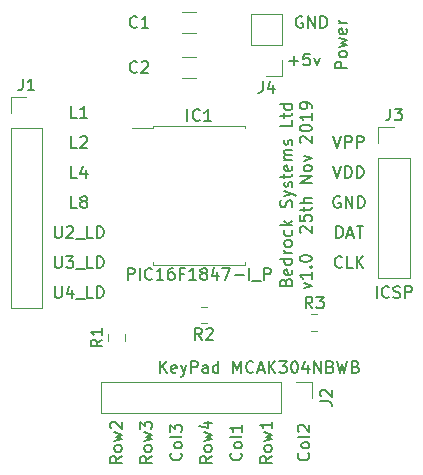
<source format=gbr>
G04 #@! TF.GenerationSoftware,KiCad,Pcbnew,(5.1.4)-1*
G04 #@! TF.CreationDate,2019-11-25T23:53:57+00:00*
G04 #@! TF.ProjectId,KeyPad BCD encoder,4b657950-6164-4204-9243-4420656e636f,rev?*
G04 #@! TF.SameCoordinates,Original*
G04 #@! TF.FileFunction,Legend,Top*
G04 #@! TF.FilePolarity,Positive*
%FSLAX46Y46*%
G04 Gerber Fmt 4.6, Leading zero omitted, Abs format (unit mm)*
G04 Created by KiCad (PCBNEW (5.1.4)-1) date 2019-11-25 23:53:57*
%MOMM*%
%LPD*%
G04 APERTURE LIST*
%ADD10C,0.150000*%
%ADD11C,0.120000*%
G04 APERTURE END LIST*
D10*
X158488571Y-93082142D02*
X158536190Y-92939285D01*
X158583809Y-92891666D01*
X158679047Y-92844047D01*
X158821904Y-92844047D01*
X158917142Y-92891666D01*
X158964761Y-92939285D01*
X159012380Y-93034523D01*
X159012380Y-93415476D01*
X158012380Y-93415476D01*
X158012380Y-93082142D01*
X158060000Y-92986904D01*
X158107619Y-92939285D01*
X158202857Y-92891666D01*
X158298095Y-92891666D01*
X158393333Y-92939285D01*
X158440952Y-92986904D01*
X158488571Y-93082142D01*
X158488571Y-93415476D01*
X158964761Y-92034523D02*
X159012380Y-92129761D01*
X159012380Y-92320238D01*
X158964761Y-92415476D01*
X158869523Y-92463095D01*
X158488571Y-92463095D01*
X158393333Y-92415476D01*
X158345714Y-92320238D01*
X158345714Y-92129761D01*
X158393333Y-92034523D01*
X158488571Y-91986904D01*
X158583809Y-91986904D01*
X158679047Y-92463095D01*
X159012380Y-91129761D02*
X158012380Y-91129761D01*
X158964761Y-91129761D02*
X159012380Y-91225000D01*
X159012380Y-91415476D01*
X158964761Y-91510714D01*
X158917142Y-91558333D01*
X158821904Y-91605952D01*
X158536190Y-91605952D01*
X158440952Y-91558333D01*
X158393333Y-91510714D01*
X158345714Y-91415476D01*
X158345714Y-91225000D01*
X158393333Y-91129761D01*
X159012380Y-90653571D02*
X158345714Y-90653571D01*
X158536190Y-90653571D02*
X158440952Y-90605952D01*
X158393333Y-90558333D01*
X158345714Y-90463095D01*
X158345714Y-90367857D01*
X159012380Y-89891666D02*
X158964761Y-89986904D01*
X158917142Y-90034523D01*
X158821904Y-90082142D01*
X158536190Y-90082142D01*
X158440952Y-90034523D01*
X158393333Y-89986904D01*
X158345714Y-89891666D01*
X158345714Y-89748809D01*
X158393333Y-89653571D01*
X158440952Y-89605952D01*
X158536190Y-89558333D01*
X158821904Y-89558333D01*
X158917142Y-89605952D01*
X158964761Y-89653571D01*
X159012380Y-89748809D01*
X159012380Y-89891666D01*
X158964761Y-88701190D02*
X159012380Y-88796428D01*
X159012380Y-88986904D01*
X158964761Y-89082142D01*
X158917142Y-89129761D01*
X158821904Y-89177380D01*
X158536190Y-89177380D01*
X158440952Y-89129761D01*
X158393333Y-89082142D01*
X158345714Y-88986904D01*
X158345714Y-88796428D01*
X158393333Y-88701190D01*
X159012380Y-88272619D02*
X158012380Y-88272619D01*
X158631428Y-88177380D02*
X159012380Y-87891666D01*
X158345714Y-87891666D02*
X158726666Y-88272619D01*
X158964761Y-86748809D02*
X159012380Y-86605952D01*
X159012380Y-86367857D01*
X158964761Y-86272619D01*
X158917142Y-86225000D01*
X158821904Y-86177380D01*
X158726666Y-86177380D01*
X158631428Y-86225000D01*
X158583809Y-86272619D01*
X158536190Y-86367857D01*
X158488571Y-86558333D01*
X158440952Y-86653571D01*
X158393333Y-86701190D01*
X158298095Y-86748809D01*
X158202857Y-86748809D01*
X158107619Y-86701190D01*
X158060000Y-86653571D01*
X158012380Y-86558333D01*
X158012380Y-86320238D01*
X158060000Y-86177380D01*
X158345714Y-85844047D02*
X159012380Y-85605952D01*
X158345714Y-85367857D02*
X159012380Y-85605952D01*
X159250476Y-85701190D01*
X159298095Y-85748809D01*
X159345714Y-85844047D01*
X158964761Y-85034523D02*
X159012380Y-84939285D01*
X159012380Y-84748809D01*
X158964761Y-84653571D01*
X158869523Y-84605952D01*
X158821904Y-84605952D01*
X158726666Y-84653571D01*
X158679047Y-84748809D01*
X158679047Y-84891666D01*
X158631428Y-84986904D01*
X158536190Y-85034523D01*
X158488571Y-85034523D01*
X158393333Y-84986904D01*
X158345714Y-84891666D01*
X158345714Y-84748809D01*
X158393333Y-84653571D01*
X158345714Y-84320238D02*
X158345714Y-83939285D01*
X158012380Y-84177380D02*
X158869523Y-84177380D01*
X158964761Y-84129761D01*
X159012380Y-84034523D01*
X159012380Y-83939285D01*
X158964761Y-83225000D02*
X159012380Y-83320238D01*
X159012380Y-83510714D01*
X158964761Y-83605952D01*
X158869523Y-83653571D01*
X158488571Y-83653571D01*
X158393333Y-83605952D01*
X158345714Y-83510714D01*
X158345714Y-83320238D01*
X158393333Y-83225000D01*
X158488571Y-83177380D01*
X158583809Y-83177380D01*
X158679047Y-83653571D01*
X159012380Y-82748809D02*
X158345714Y-82748809D01*
X158440952Y-82748809D02*
X158393333Y-82701190D01*
X158345714Y-82605952D01*
X158345714Y-82463095D01*
X158393333Y-82367857D01*
X158488571Y-82320238D01*
X159012380Y-82320238D01*
X158488571Y-82320238D02*
X158393333Y-82272619D01*
X158345714Y-82177380D01*
X158345714Y-82034523D01*
X158393333Y-81939285D01*
X158488571Y-81891666D01*
X159012380Y-81891666D01*
X158964761Y-81463095D02*
X159012380Y-81367857D01*
X159012380Y-81177380D01*
X158964761Y-81082142D01*
X158869523Y-81034523D01*
X158821904Y-81034523D01*
X158726666Y-81082142D01*
X158679047Y-81177380D01*
X158679047Y-81320238D01*
X158631428Y-81415476D01*
X158536190Y-81463095D01*
X158488571Y-81463095D01*
X158393333Y-81415476D01*
X158345714Y-81320238D01*
X158345714Y-81177380D01*
X158393333Y-81082142D01*
X159012380Y-79367857D02*
X159012380Y-79844047D01*
X158012380Y-79844047D01*
X158345714Y-79177380D02*
X158345714Y-78796428D01*
X158012380Y-79034523D02*
X158869523Y-79034523D01*
X158964761Y-78986904D01*
X159012380Y-78891666D01*
X159012380Y-78796428D01*
X159012380Y-78034523D02*
X158012380Y-78034523D01*
X158964761Y-78034523D02*
X159012380Y-78129761D01*
X159012380Y-78320238D01*
X158964761Y-78415476D01*
X158917142Y-78463095D01*
X158821904Y-78510714D01*
X158536190Y-78510714D01*
X158440952Y-78463095D01*
X158393333Y-78415476D01*
X158345714Y-78320238D01*
X158345714Y-78129761D01*
X158393333Y-78034523D01*
X159995714Y-93629761D02*
X160662380Y-93391666D01*
X159995714Y-93153571D01*
X160662380Y-92248809D02*
X160662380Y-92820238D01*
X160662380Y-92534523D02*
X159662380Y-92534523D01*
X159805238Y-92629761D01*
X159900476Y-92725000D01*
X159948095Y-92820238D01*
X160567142Y-91820238D02*
X160614761Y-91772619D01*
X160662380Y-91820238D01*
X160614761Y-91867857D01*
X160567142Y-91820238D01*
X160662380Y-91820238D01*
X159662380Y-91153571D02*
X159662380Y-91058333D01*
X159710000Y-90963095D01*
X159757619Y-90915476D01*
X159852857Y-90867857D01*
X160043333Y-90820238D01*
X160281428Y-90820238D01*
X160471904Y-90867857D01*
X160567142Y-90915476D01*
X160614761Y-90963095D01*
X160662380Y-91058333D01*
X160662380Y-91153571D01*
X160614761Y-91248809D01*
X160567142Y-91296428D01*
X160471904Y-91344047D01*
X160281428Y-91391666D01*
X160043333Y-91391666D01*
X159852857Y-91344047D01*
X159757619Y-91296428D01*
X159710000Y-91248809D01*
X159662380Y-91153571D01*
X159757619Y-88915476D02*
X159710000Y-88867857D01*
X159662380Y-88772619D01*
X159662380Y-88534523D01*
X159710000Y-88439285D01*
X159757619Y-88391666D01*
X159852857Y-88344047D01*
X159948095Y-88344047D01*
X160090952Y-88391666D01*
X160662380Y-88963095D01*
X160662380Y-88344047D01*
X159662380Y-87439285D02*
X159662380Y-87915476D01*
X160138571Y-87963095D01*
X160090952Y-87915476D01*
X160043333Y-87820238D01*
X160043333Y-87582142D01*
X160090952Y-87486904D01*
X160138571Y-87439285D01*
X160233809Y-87391666D01*
X160471904Y-87391666D01*
X160567142Y-87439285D01*
X160614761Y-87486904D01*
X160662380Y-87582142D01*
X160662380Y-87820238D01*
X160614761Y-87915476D01*
X160567142Y-87963095D01*
X159995714Y-87105952D02*
X159995714Y-86725000D01*
X159662380Y-86963095D02*
X160519523Y-86963095D01*
X160614761Y-86915476D01*
X160662380Y-86820238D01*
X160662380Y-86725000D01*
X160662380Y-86391666D02*
X159662380Y-86391666D01*
X160662380Y-85963095D02*
X160138571Y-85963095D01*
X160043333Y-86010714D01*
X159995714Y-86105952D01*
X159995714Y-86248809D01*
X160043333Y-86344047D01*
X160090952Y-86391666D01*
X160662380Y-84725000D02*
X159662380Y-84725000D01*
X160662380Y-84153571D01*
X159662380Y-84153571D01*
X160662380Y-83534523D02*
X160614761Y-83629761D01*
X160567142Y-83677380D01*
X160471904Y-83725000D01*
X160186190Y-83725000D01*
X160090952Y-83677380D01*
X160043333Y-83629761D01*
X159995714Y-83534523D01*
X159995714Y-83391666D01*
X160043333Y-83296428D01*
X160090952Y-83248809D01*
X160186190Y-83201190D01*
X160471904Y-83201190D01*
X160567142Y-83248809D01*
X160614761Y-83296428D01*
X160662380Y-83391666D01*
X160662380Y-83534523D01*
X159995714Y-82867857D02*
X160662380Y-82629761D01*
X159995714Y-82391666D01*
X159757619Y-81296428D02*
X159710000Y-81248809D01*
X159662380Y-81153571D01*
X159662380Y-80915476D01*
X159710000Y-80820238D01*
X159757619Y-80772619D01*
X159852857Y-80725000D01*
X159948095Y-80725000D01*
X160090952Y-80772619D01*
X160662380Y-81344047D01*
X160662380Y-80725000D01*
X159662380Y-80105952D02*
X159662380Y-80010714D01*
X159710000Y-79915476D01*
X159757619Y-79867857D01*
X159852857Y-79820238D01*
X160043333Y-79772619D01*
X160281428Y-79772619D01*
X160471904Y-79820238D01*
X160567142Y-79867857D01*
X160614761Y-79915476D01*
X160662380Y-80010714D01*
X160662380Y-80105952D01*
X160614761Y-80201190D01*
X160567142Y-80248809D01*
X160471904Y-80296428D01*
X160281428Y-80344047D01*
X160043333Y-80344047D01*
X159852857Y-80296428D01*
X159757619Y-80248809D01*
X159710000Y-80201190D01*
X159662380Y-80105952D01*
X160662380Y-78820238D02*
X160662380Y-79391666D01*
X160662380Y-79105952D02*
X159662380Y-79105952D01*
X159805238Y-79201190D01*
X159900476Y-79296428D01*
X159948095Y-79391666D01*
X160662380Y-78344047D02*
X160662380Y-78153571D01*
X160614761Y-78058333D01*
X160567142Y-78010714D01*
X160424285Y-77915476D01*
X160233809Y-77867857D01*
X159852857Y-77867857D01*
X159757619Y-77915476D01*
X159710000Y-77963095D01*
X159662380Y-78058333D01*
X159662380Y-78248809D01*
X159710000Y-78344047D01*
X159757619Y-78391666D01*
X159852857Y-78439285D01*
X160090952Y-78439285D01*
X160186190Y-78391666D01*
X160233809Y-78344047D01*
X160281428Y-78248809D01*
X160281428Y-78058333D01*
X160233809Y-77963095D01*
X160186190Y-77915476D01*
X160090952Y-77867857D01*
X159893095Y-70620000D02*
X159797857Y-70572380D01*
X159655000Y-70572380D01*
X159512142Y-70620000D01*
X159416904Y-70715238D01*
X159369285Y-70810476D01*
X159321666Y-71000952D01*
X159321666Y-71143809D01*
X159369285Y-71334285D01*
X159416904Y-71429523D01*
X159512142Y-71524761D01*
X159655000Y-71572380D01*
X159750238Y-71572380D01*
X159893095Y-71524761D01*
X159940714Y-71477142D01*
X159940714Y-71143809D01*
X159750238Y-71143809D01*
X160369285Y-71572380D02*
X160369285Y-70572380D01*
X160940714Y-71572380D01*
X160940714Y-70572380D01*
X161416904Y-71572380D02*
X161416904Y-70572380D01*
X161655000Y-70572380D01*
X161797857Y-70620000D01*
X161893095Y-70715238D01*
X161940714Y-70810476D01*
X161988333Y-71000952D01*
X161988333Y-71143809D01*
X161940714Y-71334285D01*
X161893095Y-71429523D01*
X161797857Y-71524761D01*
X161655000Y-71572380D01*
X161416904Y-71572380D01*
X158781904Y-74366428D02*
X159543809Y-74366428D01*
X159162857Y-74747380D02*
X159162857Y-73985476D01*
X160496190Y-73747380D02*
X160020000Y-73747380D01*
X159972380Y-74223571D01*
X160020000Y-74175952D01*
X160115238Y-74128333D01*
X160353333Y-74128333D01*
X160448571Y-74175952D01*
X160496190Y-74223571D01*
X160543809Y-74318809D01*
X160543809Y-74556904D01*
X160496190Y-74652142D01*
X160448571Y-74699761D01*
X160353333Y-74747380D01*
X160115238Y-74747380D01*
X160020000Y-74699761D01*
X159972380Y-74652142D01*
X160877142Y-74080714D02*
X161115238Y-74747380D01*
X161353333Y-74080714D01*
X163234761Y-91797142D02*
X163187142Y-91844761D01*
X163044285Y-91892380D01*
X162949047Y-91892380D01*
X162806190Y-91844761D01*
X162710952Y-91749523D01*
X162663333Y-91654285D01*
X162615714Y-91463809D01*
X162615714Y-91320952D01*
X162663333Y-91130476D01*
X162710952Y-91035238D01*
X162806190Y-90940000D01*
X162949047Y-90892380D01*
X163044285Y-90892380D01*
X163187142Y-90940000D01*
X163234761Y-90987619D01*
X164139523Y-91892380D02*
X163663333Y-91892380D01*
X163663333Y-90892380D01*
X164472857Y-91892380D02*
X164472857Y-90892380D01*
X165044285Y-91892380D02*
X164615714Y-91320952D01*
X165044285Y-90892380D02*
X164472857Y-91463809D01*
X162758571Y-89352380D02*
X162758571Y-88352380D01*
X162996666Y-88352380D01*
X163139523Y-88400000D01*
X163234761Y-88495238D01*
X163282380Y-88590476D01*
X163330000Y-88780952D01*
X163330000Y-88923809D01*
X163282380Y-89114285D01*
X163234761Y-89209523D01*
X163139523Y-89304761D01*
X162996666Y-89352380D01*
X162758571Y-89352380D01*
X163710952Y-89066666D02*
X164187142Y-89066666D01*
X163615714Y-89352380D02*
X163949047Y-88352380D01*
X164282380Y-89352380D01*
X164472857Y-88352380D02*
X165044285Y-88352380D01*
X164758571Y-89352380D02*
X164758571Y-88352380D01*
X163068095Y-85860000D02*
X162972857Y-85812380D01*
X162830000Y-85812380D01*
X162687142Y-85860000D01*
X162591904Y-85955238D01*
X162544285Y-86050476D01*
X162496666Y-86240952D01*
X162496666Y-86383809D01*
X162544285Y-86574285D01*
X162591904Y-86669523D01*
X162687142Y-86764761D01*
X162830000Y-86812380D01*
X162925238Y-86812380D01*
X163068095Y-86764761D01*
X163115714Y-86717142D01*
X163115714Y-86383809D01*
X162925238Y-86383809D01*
X163544285Y-86812380D02*
X163544285Y-85812380D01*
X164115714Y-86812380D01*
X164115714Y-85812380D01*
X164591904Y-86812380D02*
X164591904Y-85812380D01*
X164830000Y-85812380D01*
X164972857Y-85860000D01*
X165068095Y-85955238D01*
X165115714Y-86050476D01*
X165163333Y-86240952D01*
X165163333Y-86383809D01*
X165115714Y-86574285D01*
X165068095Y-86669523D01*
X164972857Y-86764761D01*
X164830000Y-86812380D01*
X164591904Y-86812380D01*
X162496666Y-83272380D02*
X162830000Y-84272380D01*
X163163333Y-83272380D01*
X163496666Y-84272380D02*
X163496666Y-83272380D01*
X163734761Y-83272380D01*
X163877619Y-83320000D01*
X163972857Y-83415238D01*
X164020476Y-83510476D01*
X164068095Y-83700952D01*
X164068095Y-83843809D01*
X164020476Y-84034285D01*
X163972857Y-84129523D01*
X163877619Y-84224761D01*
X163734761Y-84272380D01*
X163496666Y-84272380D01*
X164496666Y-84272380D02*
X164496666Y-83272380D01*
X164734761Y-83272380D01*
X164877619Y-83320000D01*
X164972857Y-83415238D01*
X165020476Y-83510476D01*
X165068095Y-83700952D01*
X165068095Y-83843809D01*
X165020476Y-84034285D01*
X164972857Y-84129523D01*
X164877619Y-84224761D01*
X164734761Y-84272380D01*
X164496666Y-84272380D01*
X162496666Y-80732380D02*
X162830000Y-81732380D01*
X163163333Y-80732380D01*
X163496666Y-81732380D02*
X163496666Y-80732380D01*
X163877619Y-80732380D01*
X163972857Y-80780000D01*
X164020476Y-80827619D01*
X164068095Y-80922857D01*
X164068095Y-81065714D01*
X164020476Y-81160952D01*
X163972857Y-81208571D01*
X163877619Y-81256190D01*
X163496666Y-81256190D01*
X164496666Y-81732380D02*
X164496666Y-80732380D01*
X164877619Y-80732380D01*
X164972857Y-80780000D01*
X165020476Y-80827619D01*
X165068095Y-80922857D01*
X165068095Y-81065714D01*
X165020476Y-81160952D01*
X164972857Y-81208571D01*
X164877619Y-81256190D01*
X164496666Y-81256190D01*
X138922380Y-93432380D02*
X138922380Y-94241904D01*
X138970000Y-94337142D01*
X139017619Y-94384761D01*
X139112857Y-94432380D01*
X139303333Y-94432380D01*
X139398571Y-94384761D01*
X139446190Y-94337142D01*
X139493809Y-94241904D01*
X139493809Y-93432380D01*
X140398571Y-93765714D02*
X140398571Y-94432380D01*
X140160476Y-93384761D02*
X139922380Y-94099047D01*
X140541428Y-94099047D01*
X140684285Y-94527619D02*
X141446190Y-94527619D01*
X142160476Y-94432380D02*
X141684285Y-94432380D01*
X141684285Y-93432380D01*
X142493809Y-94432380D02*
X142493809Y-93432380D01*
X142731904Y-93432380D01*
X142874761Y-93480000D01*
X142970000Y-93575238D01*
X143017619Y-93670476D01*
X143065238Y-93860952D01*
X143065238Y-94003809D01*
X143017619Y-94194285D01*
X142970000Y-94289523D01*
X142874761Y-94384761D01*
X142731904Y-94432380D01*
X142493809Y-94432380D01*
X138922380Y-90892380D02*
X138922380Y-91701904D01*
X138970000Y-91797142D01*
X139017619Y-91844761D01*
X139112857Y-91892380D01*
X139303333Y-91892380D01*
X139398571Y-91844761D01*
X139446190Y-91797142D01*
X139493809Y-91701904D01*
X139493809Y-90892380D01*
X139874761Y-90892380D02*
X140493809Y-90892380D01*
X140160476Y-91273333D01*
X140303333Y-91273333D01*
X140398571Y-91320952D01*
X140446190Y-91368571D01*
X140493809Y-91463809D01*
X140493809Y-91701904D01*
X140446190Y-91797142D01*
X140398571Y-91844761D01*
X140303333Y-91892380D01*
X140017619Y-91892380D01*
X139922380Y-91844761D01*
X139874761Y-91797142D01*
X140684285Y-91987619D02*
X141446190Y-91987619D01*
X142160476Y-91892380D02*
X141684285Y-91892380D01*
X141684285Y-90892380D01*
X142493809Y-91892380D02*
X142493809Y-90892380D01*
X142731904Y-90892380D01*
X142874761Y-90940000D01*
X142970000Y-91035238D01*
X143017619Y-91130476D01*
X143065238Y-91320952D01*
X143065238Y-91463809D01*
X143017619Y-91654285D01*
X142970000Y-91749523D01*
X142874761Y-91844761D01*
X142731904Y-91892380D01*
X142493809Y-91892380D01*
X138922380Y-88352380D02*
X138922380Y-89161904D01*
X138970000Y-89257142D01*
X139017619Y-89304761D01*
X139112857Y-89352380D01*
X139303333Y-89352380D01*
X139398571Y-89304761D01*
X139446190Y-89257142D01*
X139493809Y-89161904D01*
X139493809Y-88352380D01*
X139922380Y-88447619D02*
X139970000Y-88400000D01*
X140065238Y-88352380D01*
X140303333Y-88352380D01*
X140398571Y-88400000D01*
X140446190Y-88447619D01*
X140493809Y-88542857D01*
X140493809Y-88638095D01*
X140446190Y-88780952D01*
X139874761Y-89352380D01*
X140493809Y-89352380D01*
X140684285Y-89447619D02*
X141446190Y-89447619D01*
X142160476Y-89352380D02*
X141684285Y-89352380D01*
X141684285Y-88352380D01*
X142493809Y-89352380D02*
X142493809Y-88352380D01*
X142731904Y-88352380D01*
X142874761Y-88400000D01*
X142970000Y-88495238D01*
X143017619Y-88590476D01*
X143065238Y-88780952D01*
X143065238Y-88923809D01*
X143017619Y-89114285D01*
X142970000Y-89209523D01*
X142874761Y-89304761D01*
X142731904Y-89352380D01*
X142493809Y-89352380D01*
X140803333Y-86812380D02*
X140327142Y-86812380D01*
X140327142Y-85812380D01*
X141279523Y-86240952D02*
X141184285Y-86193333D01*
X141136666Y-86145714D01*
X141089047Y-86050476D01*
X141089047Y-86002857D01*
X141136666Y-85907619D01*
X141184285Y-85860000D01*
X141279523Y-85812380D01*
X141470000Y-85812380D01*
X141565238Y-85860000D01*
X141612857Y-85907619D01*
X141660476Y-86002857D01*
X141660476Y-86050476D01*
X141612857Y-86145714D01*
X141565238Y-86193333D01*
X141470000Y-86240952D01*
X141279523Y-86240952D01*
X141184285Y-86288571D01*
X141136666Y-86336190D01*
X141089047Y-86431428D01*
X141089047Y-86621904D01*
X141136666Y-86717142D01*
X141184285Y-86764761D01*
X141279523Y-86812380D01*
X141470000Y-86812380D01*
X141565238Y-86764761D01*
X141612857Y-86717142D01*
X141660476Y-86621904D01*
X141660476Y-86431428D01*
X141612857Y-86336190D01*
X141565238Y-86288571D01*
X141470000Y-86240952D01*
X140803333Y-84272380D02*
X140327142Y-84272380D01*
X140327142Y-83272380D01*
X141565238Y-83605714D02*
X141565238Y-84272380D01*
X141327142Y-83224761D02*
X141089047Y-83939047D01*
X141708095Y-83939047D01*
X140803333Y-81732380D02*
X140327142Y-81732380D01*
X140327142Y-80732380D01*
X141089047Y-80827619D02*
X141136666Y-80780000D01*
X141231904Y-80732380D01*
X141470000Y-80732380D01*
X141565238Y-80780000D01*
X141612857Y-80827619D01*
X141660476Y-80922857D01*
X141660476Y-81018095D01*
X141612857Y-81160952D01*
X141041428Y-81732380D01*
X141660476Y-81732380D01*
X140803333Y-79192380D02*
X140327142Y-79192380D01*
X140327142Y-78192380D01*
X141660476Y-79192380D02*
X141089047Y-79192380D01*
X141374761Y-79192380D02*
X141374761Y-78192380D01*
X141279523Y-78335238D01*
X141184285Y-78430476D01*
X141089047Y-78478095D01*
X144597380Y-107822857D02*
X144121190Y-108156190D01*
X144597380Y-108394285D02*
X143597380Y-108394285D01*
X143597380Y-108013333D01*
X143645000Y-107918095D01*
X143692619Y-107870476D01*
X143787857Y-107822857D01*
X143930714Y-107822857D01*
X144025952Y-107870476D01*
X144073571Y-107918095D01*
X144121190Y-108013333D01*
X144121190Y-108394285D01*
X144597380Y-107251428D02*
X144549761Y-107346666D01*
X144502142Y-107394285D01*
X144406904Y-107441904D01*
X144121190Y-107441904D01*
X144025952Y-107394285D01*
X143978333Y-107346666D01*
X143930714Y-107251428D01*
X143930714Y-107108571D01*
X143978333Y-107013333D01*
X144025952Y-106965714D01*
X144121190Y-106918095D01*
X144406904Y-106918095D01*
X144502142Y-106965714D01*
X144549761Y-107013333D01*
X144597380Y-107108571D01*
X144597380Y-107251428D01*
X143930714Y-106584761D02*
X144597380Y-106394285D01*
X144121190Y-106203809D01*
X144597380Y-106013333D01*
X143930714Y-105822857D01*
X143692619Y-105489523D02*
X143645000Y-105441904D01*
X143597380Y-105346666D01*
X143597380Y-105108571D01*
X143645000Y-105013333D01*
X143692619Y-104965714D01*
X143787857Y-104918095D01*
X143883095Y-104918095D01*
X144025952Y-104965714D01*
X144597380Y-105537142D01*
X144597380Y-104918095D01*
X147137380Y-107822857D02*
X146661190Y-108156190D01*
X147137380Y-108394285D02*
X146137380Y-108394285D01*
X146137380Y-108013333D01*
X146185000Y-107918095D01*
X146232619Y-107870476D01*
X146327857Y-107822857D01*
X146470714Y-107822857D01*
X146565952Y-107870476D01*
X146613571Y-107918095D01*
X146661190Y-108013333D01*
X146661190Y-108394285D01*
X147137380Y-107251428D02*
X147089761Y-107346666D01*
X147042142Y-107394285D01*
X146946904Y-107441904D01*
X146661190Y-107441904D01*
X146565952Y-107394285D01*
X146518333Y-107346666D01*
X146470714Y-107251428D01*
X146470714Y-107108571D01*
X146518333Y-107013333D01*
X146565952Y-106965714D01*
X146661190Y-106918095D01*
X146946904Y-106918095D01*
X147042142Y-106965714D01*
X147089761Y-107013333D01*
X147137380Y-107108571D01*
X147137380Y-107251428D01*
X146470714Y-106584761D02*
X147137380Y-106394285D01*
X146661190Y-106203809D01*
X147137380Y-106013333D01*
X146470714Y-105822857D01*
X146137380Y-105537142D02*
X146137380Y-104918095D01*
X146518333Y-105251428D01*
X146518333Y-105108571D01*
X146565952Y-105013333D01*
X146613571Y-104965714D01*
X146708809Y-104918095D01*
X146946904Y-104918095D01*
X147042142Y-104965714D01*
X147089761Y-105013333D01*
X147137380Y-105108571D01*
X147137380Y-105394285D01*
X147089761Y-105489523D01*
X147042142Y-105537142D01*
X149582142Y-107560952D02*
X149629761Y-107608571D01*
X149677380Y-107751428D01*
X149677380Y-107846666D01*
X149629761Y-107989523D01*
X149534523Y-108084761D01*
X149439285Y-108132380D01*
X149248809Y-108180000D01*
X149105952Y-108180000D01*
X148915476Y-108132380D01*
X148820238Y-108084761D01*
X148725000Y-107989523D01*
X148677380Y-107846666D01*
X148677380Y-107751428D01*
X148725000Y-107608571D01*
X148772619Y-107560952D01*
X149677380Y-106989523D02*
X149629761Y-107084761D01*
X149582142Y-107132380D01*
X149486904Y-107180000D01*
X149201190Y-107180000D01*
X149105952Y-107132380D01*
X149058333Y-107084761D01*
X149010714Y-106989523D01*
X149010714Y-106846666D01*
X149058333Y-106751428D01*
X149105952Y-106703809D01*
X149201190Y-106656190D01*
X149486904Y-106656190D01*
X149582142Y-106703809D01*
X149629761Y-106751428D01*
X149677380Y-106846666D01*
X149677380Y-106989523D01*
X149677380Y-106084761D02*
X149629761Y-106180000D01*
X149534523Y-106227619D01*
X148677380Y-106227619D01*
X148677380Y-105799047D02*
X148677380Y-105180000D01*
X149058333Y-105513333D01*
X149058333Y-105370476D01*
X149105952Y-105275238D01*
X149153571Y-105227619D01*
X149248809Y-105180000D01*
X149486904Y-105180000D01*
X149582142Y-105227619D01*
X149629761Y-105275238D01*
X149677380Y-105370476D01*
X149677380Y-105656190D01*
X149629761Y-105751428D01*
X149582142Y-105799047D01*
X152217380Y-107822857D02*
X151741190Y-108156190D01*
X152217380Y-108394285D02*
X151217380Y-108394285D01*
X151217380Y-108013333D01*
X151265000Y-107918095D01*
X151312619Y-107870476D01*
X151407857Y-107822857D01*
X151550714Y-107822857D01*
X151645952Y-107870476D01*
X151693571Y-107918095D01*
X151741190Y-108013333D01*
X151741190Y-108394285D01*
X152217380Y-107251428D02*
X152169761Y-107346666D01*
X152122142Y-107394285D01*
X152026904Y-107441904D01*
X151741190Y-107441904D01*
X151645952Y-107394285D01*
X151598333Y-107346666D01*
X151550714Y-107251428D01*
X151550714Y-107108571D01*
X151598333Y-107013333D01*
X151645952Y-106965714D01*
X151741190Y-106918095D01*
X152026904Y-106918095D01*
X152122142Y-106965714D01*
X152169761Y-107013333D01*
X152217380Y-107108571D01*
X152217380Y-107251428D01*
X151550714Y-106584761D02*
X152217380Y-106394285D01*
X151741190Y-106203809D01*
X152217380Y-106013333D01*
X151550714Y-105822857D01*
X151550714Y-105013333D02*
X152217380Y-105013333D01*
X151169761Y-105251428D02*
X151884047Y-105489523D01*
X151884047Y-104870476D01*
X154662142Y-107560952D02*
X154709761Y-107608571D01*
X154757380Y-107751428D01*
X154757380Y-107846666D01*
X154709761Y-107989523D01*
X154614523Y-108084761D01*
X154519285Y-108132380D01*
X154328809Y-108180000D01*
X154185952Y-108180000D01*
X153995476Y-108132380D01*
X153900238Y-108084761D01*
X153805000Y-107989523D01*
X153757380Y-107846666D01*
X153757380Y-107751428D01*
X153805000Y-107608571D01*
X153852619Y-107560952D01*
X154757380Y-106989523D02*
X154709761Y-107084761D01*
X154662142Y-107132380D01*
X154566904Y-107180000D01*
X154281190Y-107180000D01*
X154185952Y-107132380D01*
X154138333Y-107084761D01*
X154090714Y-106989523D01*
X154090714Y-106846666D01*
X154138333Y-106751428D01*
X154185952Y-106703809D01*
X154281190Y-106656190D01*
X154566904Y-106656190D01*
X154662142Y-106703809D01*
X154709761Y-106751428D01*
X154757380Y-106846666D01*
X154757380Y-106989523D01*
X154757380Y-106084761D02*
X154709761Y-106180000D01*
X154614523Y-106227619D01*
X153757380Y-106227619D01*
X154757380Y-105180000D02*
X154757380Y-105751428D01*
X154757380Y-105465714D02*
X153757380Y-105465714D01*
X153900238Y-105560952D01*
X153995476Y-105656190D01*
X154043095Y-105751428D01*
X157297380Y-107822857D02*
X156821190Y-108156190D01*
X157297380Y-108394285D02*
X156297380Y-108394285D01*
X156297380Y-108013333D01*
X156345000Y-107918095D01*
X156392619Y-107870476D01*
X156487857Y-107822857D01*
X156630714Y-107822857D01*
X156725952Y-107870476D01*
X156773571Y-107918095D01*
X156821190Y-108013333D01*
X156821190Y-108394285D01*
X157297380Y-107251428D02*
X157249761Y-107346666D01*
X157202142Y-107394285D01*
X157106904Y-107441904D01*
X156821190Y-107441904D01*
X156725952Y-107394285D01*
X156678333Y-107346666D01*
X156630714Y-107251428D01*
X156630714Y-107108571D01*
X156678333Y-107013333D01*
X156725952Y-106965714D01*
X156821190Y-106918095D01*
X157106904Y-106918095D01*
X157202142Y-106965714D01*
X157249761Y-107013333D01*
X157297380Y-107108571D01*
X157297380Y-107251428D01*
X156630714Y-106584761D02*
X157297380Y-106394285D01*
X156821190Y-106203809D01*
X157297380Y-106013333D01*
X156630714Y-105822857D01*
X157297380Y-104918095D02*
X157297380Y-105489523D01*
X157297380Y-105203809D02*
X156297380Y-105203809D01*
X156440238Y-105299047D01*
X156535476Y-105394285D01*
X156583095Y-105489523D01*
X160377142Y-107560952D02*
X160424761Y-107608571D01*
X160472380Y-107751428D01*
X160472380Y-107846666D01*
X160424761Y-107989523D01*
X160329523Y-108084761D01*
X160234285Y-108132380D01*
X160043809Y-108180000D01*
X159900952Y-108180000D01*
X159710476Y-108132380D01*
X159615238Y-108084761D01*
X159520000Y-107989523D01*
X159472380Y-107846666D01*
X159472380Y-107751428D01*
X159520000Y-107608571D01*
X159567619Y-107560952D01*
X160472380Y-106989523D02*
X160424761Y-107084761D01*
X160377142Y-107132380D01*
X160281904Y-107180000D01*
X159996190Y-107180000D01*
X159900952Y-107132380D01*
X159853333Y-107084761D01*
X159805714Y-106989523D01*
X159805714Y-106846666D01*
X159853333Y-106751428D01*
X159900952Y-106703809D01*
X159996190Y-106656190D01*
X160281904Y-106656190D01*
X160377142Y-106703809D01*
X160424761Y-106751428D01*
X160472380Y-106846666D01*
X160472380Y-106989523D01*
X160472380Y-106084761D02*
X160424761Y-106180000D01*
X160329523Y-106227619D01*
X159472380Y-106227619D01*
X159567619Y-105751428D02*
X159520000Y-105703809D01*
X159472380Y-105608571D01*
X159472380Y-105370476D01*
X159520000Y-105275238D01*
X159567619Y-105227619D01*
X159662857Y-105180000D01*
X159758095Y-105180000D01*
X159900952Y-105227619D01*
X160472380Y-105799047D01*
X160472380Y-105180000D01*
D11*
X160638748Y-97230000D02*
X161161252Y-97230000D01*
X160638748Y-95810000D02*
X161161252Y-95810000D01*
X151781252Y-95175000D02*
X151258748Y-95175000D01*
X151781252Y-96595000D02*
X151258748Y-96595000D01*
X144855000Y-98051252D02*
X144855000Y-97528748D01*
X143435000Y-98051252D02*
X143435000Y-97528748D01*
X158175000Y-75625000D02*
X156845000Y-75625000D01*
X158175000Y-74295000D02*
X158175000Y-75625000D01*
X158175000Y-73025000D02*
X155515000Y-73025000D01*
X155515000Y-73025000D02*
X155515000Y-70425000D01*
X158175000Y-73025000D02*
X158175000Y-70425000D01*
X158175000Y-70425000D02*
X155515000Y-70425000D01*
X166310000Y-79950000D02*
X167640000Y-79950000D01*
X166310000Y-81280000D02*
X166310000Y-79950000D01*
X166310000Y-82550000D02*
X168970000Y-82550000D01*
X168970000Y-82550000D02*
X168970000Y-92770000D01*
X166310000Y-82550000D02*
X166310000Y-92770000D01*
X166310000Y-92770000D02*
X168970000Y-92770000D01*
X160715000Y-101540000D02*
X160715000Y-102870000D01*
X159385000Y-101540000D02*
X160715000Y-101540000D01*
X158115000Y-101540000D02*
X158115000Y-104200000D01*
X158115000Y-104200000D02*
X142815000Y-104200000D01*
X158115000Y-101540000D02*
X142815000Y-101540000D01*
X142815000Y-101540000D02*
X142815000Y-104200000D01*
X135195000Y-77410000D02*
X136525000Y-77410000D01*
X135195000Y-78740000D02*
X135195000Y-77410000D01*
X135195000Y-80010000D02*
X137855000Y-80010000D01*
X137855000Y-80010000D02*
X137855000Y-95310000D01*
X135195000Y-80010000D02*
X135195000Y-95310000D01*
X135195000Y-95310000D02*
X137855000Y-95310000D01*
X147270000Y-80085000D02*
X145455000Y-80085000D01*
X147270000Y-79840000D02*
X147270000Y-80085000D01*
X151130000Y-79840000D02*
X147270000Y-79840000D01*
X154990000Y-79840000D02*
X154990000Y-80085000D01*
X151130000Y-79840000D02*
X154990000Y-79840000D01*
X147270000Y-91610000D02*
X147270000Y-91365000D01*
X151130000Y-91610000D02*
X147270000Y-91610000D01*
X154990000Y-91610000D02*
X154990000Y-91365000D01*
X151130000Y-91610000D02*
X154990000Y-91610000D01*
X149675436Y-75840000D02*
X150879564Y-75840000D01*
X149675436Y-74020000D02*
X150879564Y-74020000D01*
X149675436Y-72030000D02*
X150879564Y-72030000D01*
X149675436Y-70210000D02*
X150879564Y-70210000D01*
D10*
X160733333Y-95322380D02*
X160400000Y-94846190D01*
X160161904Y-95322380D02*
X160161904Y-94322380D01*
X160542857Y-94322380D01*
X160638095Y-94370000D01*
X160685714Y-94417619D01*
X160733333Y-94512857D01*
X160733333Y-94655714D01*
X160685714Y-94750952D01*
X160638095Y-94798571D01*
X160542857Y-94846190D01*
X160161904Y-94846190D01*
X161066666Y-94322380D02*
X161685714Y-94322380D01*
X161352380Y-94703333D01*
X161495238Y-94703333D01*
X161590476Y-94750952D01*
X161638095Y-94798571D01*
X161685714Y-94893809D01*
X161685714Y-95131904D01*
X161638095Y-95227142D01*
X161590476Y-95274761D01*
X161495238Y-95322380D01*
X161209523Y-95322380D01*
X161114285Y-95274761D01*
X161066666Y-95227142D01*
X151353333Y-97987380D02*
X151020000Y-97511190D01*
X150781904Y-97987380D02*
X150781904Y-96987380D01*
X151162857Y-96987380D01*
X151258095Y-97035000D01*
X151305714Y-97082619D01*
X151353333Y-97177857D01*
X151353333Y-97320714D01*
X151305714Y-97415952D01*
X151258095Y-97463571D01*
X151162857Y-97511190D01*
X150781904Y-97511190D01*
X151734285Y-97082619D02*
X151781904Y-97035000D01*
X151877142Y-96987380D01*
X152115238Y-96987380D01*
X152210476Y-97035000D01*
X152258095Y-97082619D01*
X152305714Y-97177857D01*
X152305714Y-97273095D01*
X152258095Y-97415952D01*
X151686666Y-97987380D01*
X152305714Y-97987380D01*
X142947380Y-97956666D02*
X142471190Y-98290000D01*
X142947380Y-98528095D02*
X141947380Y-98528095D01*
X141947380Y-98147142D01*
X141995000Y-98051904D01*
X142042619Y-98004285D01*
X142137857Y-97956666D01*
X142280714Y-97956666D01*
X142375952Y-98004285D01*
X142423571Y-98051904D01*
X142471190Y-98147142D01*
X142471190Y-98528095D01*
X142947380Y-97004285D02*
X142947380Y-97575714D01*
X142947380Y-97290000D02*
X141947380Y-97290000D01*
X142090238Y-97385238D01*
X142185476Y-97480476D01*
X142233095Y-97575714D01*
X156511666Y-76077380D02*
X156511666Y-76791666D01*
X156464047Y-76934523D01*
X156368809Y-77029761D01*
X156225952Y-77077380D01*
X156130714Y-77077380D01*
X157416428Y-76410714D02*
X157416428Y-77077380D01*
X157178333Y-76029761D02*
X156940238Y-76744047D01*
X157559285Y-76744047D01*
X163647380Y-75001190D02*
X162647380Y-75001190D01*
X162647380Y-74620238D01*
X162695000Y-74525000D01*
X162742619Y-74477380D01*
X162837857Y-74429761D01*
X162980714Y-74429761D01*
X163075952Y-74477380D01*
X163123571Y-74525000D01*
X163171190Y-74620238D01*
X163171190Y-75001190D01*
X163647380Y-73858333D02*
X163599761Y-73953571D01*
X163552142Y-74001190D01*
X163456904Y-74048809D01*
X163171190Y-74048809D01*
X163075952Y-74001190D01*
X163028333Y-73953571D01*
X162980714Y-73858333D01*
X162980714Y-73715476D01*
X163028333Y-73620238D01*
X163075952Y-73572619D01*
X163171190Y-73525000D01*
X163456904Y-73525000D01*
X163552142Y-73572619D01*
X163599761Y-73620238D01*
X163647380Y-73715476D01*
X163647380Y-73858333D01*
X162980714Y-73191666D02*
X163647380Y-73001190D01*
X163171190Y-72810714D01*
X163647380Y-72620238D01*
X162980714Y-72429761D01*
X163599761Y-71667857D02*
X163647380Y-71763095D01*
X163647380Y-71953571D01*
X163599761Y-72048809D01*
X163504523Y-72096428D01*
X163123571Y-72096428D01*
X163028333Y-72048809D01*
X162980714Y-71953571D01*
X162980714Y-71763095D01*
X163028333Y-71667857D01*
X163123571Y-71620238D01*
X163218809Y-71620238D01*
X163314047Y-72096428D01*
X163647380Y-71191666D02*
X162980714Y-71191666D01*
X163171190Y-71191666D02*
X163075952Y-71144047D01*
X163028333Y-71096428D01*
X162980714Y-71001190D01*
X162980714Y-70905952D01*
X167306666Y-78402380D02*
X167306666Y-79116666D01*
X167259047Y-79259523D01*
X167163809Y-79354761D01*
X167020952Y-79402380D01*
X166925714Y-79402380D01*
X167687619Y-78402380D02*
X168306666Y-78402380D01*
X167973333Y-78783333D01*
X168116190Y-78783333D01*
X168211428Y-78830952D01*
X168259047Y-78878571D01*
X168306666Y-78973809D01*
X168306666Y-79211904D01*
X168259047Y-79307142D01*
X168211428Y-79354761D01*
X168116190Y-79402380D01*
X167830476Y-79402380D01*
X167735238Y-79354761D01*
X167687619Y-79307142D01*
X166163809Y-94432380D02*
X166163809Y-93432380D01*
X167211428Y-94337142D02*
X167163809Y-94384761D01*
X167020952Y-94432380D01*
X166925714Y-94432380D01*
X166782857Y-94384761D01*
X166687619Y-94289523D01*
X166640000Y-94194285D01*
X166592380Y-94003809D01*
X166592380Y-93860952D01*
X166640000Y-93670476D01*
X166687619Y-93575238D01*
X166782857Y-93480000D01*
X166925714Y-93432380D01*
X167020952Y-93432380D01*
X167163809Y-93480000D01*
X167211428Y-93527619D01*
X167592380Y-94384761D02*
X167735238Y-94432380D01*
X167973333Y-94432380D01*
X168068571Y-94384761D01*
X168116190Y-94337142D01*
X168163809Y-94241904D01*
X168163809Y-94146666D01*
X168116190Y-94051428D01*
X168068571Y-94003809D01*
X167973333Y-93956190D01*
X167782857Y-93908571D01*
X167687619Y-93860952D01*
X167640000Y-93813333D01*
X167592380Y-93718095D01*
X167592380Y-93622857D01*
X167640000Y-93527619D01*
X167687619Y-93480000D01*
X167782857Y-93432380D01*
X168020952Y-93432380D01*
X168163809Y-93480000D01*
X168592380Y-94432380D02*
X168592380Y-93432380D01*
X168973333Y-93432380D01*
X169068571Y-93480000D01*
X169116190Y-93527619D01*
X169163809Y-93622857D01*
X169163809Y-93765714D01*
X169116190Y-93860952D01*
X169068571Y-93908571D01*
X168973333Y-93956190D01*
X168592380Y-93956190D01*
X161377380Y-103203333D02*
X162091666Y-103203333D01*
X162234523Y-103250952D01*
X162329761Y-103346190D01*
X162377380Y-103489047D01*
X162377380Y-103584285D01*
X161472619Y-102774761D02*
X161425000Y-102727142D01*
X161377380Y-102631904D01*
X161377380Y-102393809D01*
X161425000Y-102298571D01*
X161472619Y-102250952D01*
X161567857Y-102203333D01*
X161663095Y-102203333D01*
X161805952Y-102250952D01*
X162377380Y-102822380D01*
X162377380Y-102203333D01*
X147829047Y-100782380D02*
X147829047Y-99782380D01*
X148400476Y-100782380D02*
X147971904Y-100210952D01*
X148400476Y-99782380D02*
X147829047Y-100353809D01*
X149210000Y-100734761D02*
X149114761Y-100782380D01*
X148924285Y-100782380D01*
X148829047Y-100734761D01*
X148781428Y-100639523D01*
X148781428Y-100258571D01*
X148829047Y-100163333D01*
X148924285Y-100115714D01*
X149114761Y-100115714D01*
X149210000Y-100163333D01*
X149257619Y-100258571D01*
X149257619Y-100353809D01*
X148781428Y-100449047D01*
X149590952Y-100115714D02*
X149829047Y-100782380D01*
X150067142Y-100115714D02*
X149829047Y-100782380D01*
X149733809Y-101020476D01*
X149686190Y-101068095D01*
X149590952Y-101115714D01*
X150448095Y-100782380D02*
X150448095Y-99782380D01*
X150829047Y-99782380D01*
X150924285Y-99830000D01*
X150971904Y-99877619D01*
X151019523Y-99972857D01*
X151019523Y-100115714D01*
X150971904Y-100210952D01*
X150924285Y-100258571D01*
X150829047Y-100306190D01*
X150448095Y-100306190D01*
X151876666Y-100782380D02*
X151876666Y-100258571D01*
X151829047Y-100163333D01*
X151733809Y-100115714D01*
X151543333Y-100115714D01*
X151448095Y-100163333D01*
X151876666Y-100734761D02*
X151781428Y-100782380D01*
X151543333Y-100782380D01*
X151448095Y-100734761D01*
X151400476Y-100639523D01*
X151400476Y-100544285D01*
X151448095Y-100449047D01*
X151543333Y-100401428D01*
X151781428Y-100401428D01*
X151876666Y-100353809D01*
X152781428Y-100782380D02*
X152781428Y-99782380D01*
X152781428Y-100734761D02*
X152686190Y-100782380D01*
X152495714Y-100782380D01*
X152400476Y-100734761D01*
X152352857Y-100687142D01*
X152305238Y-100591904D01*
X152305238Y-100306190D01*
X152352857Y-100210952D01*
X152400476Y-100163333D01*
X152495714Y-100115714D01*
X152686190Y-100115714D01*
X152781428Y-100163333D01*
X154019523Y-100782380D02*
X154019523Y-99782380D01*
X154352857Y-100496666D01*
X154686190Y-99782380D01*
X154686190Y-100782380D01*
X155733809Y-100687142D02*
X155686190Y-100734761D01*
X155543333Y-100782380D01*
X155448095Y-100782380D01*
X155305238Y-100734761D01*
X155210000Y-100639523D01*
X155162380Y-100544285D01*
X155114761Y-100353809D01*
X155114761Y-100210952D01*
X155162380Y-100020476D01*
X155210000Y-99925238D01*
X155305238Y-99830000D01*
X155448095Y-99782380D01*
X155543333Y-99782380D01*
X155686190Y-99830000D01*
X155733809Y-99877619D01*
X156114761Y-100496666D02*
X156590952Y-100496666D01*
X156019523Y-100782380D02*
X156352857Y-99782380D01*
X156686190Y-100782380D01*
X157019523Y-100782380D02*
X157019523Y-99782380D01*
X157590952Y-100782380D02*
X157162380Y-100210952D01*
X157590952Y-99782380D02*
X157019523Y-100353809D01*
X157924285Y-99782380D02*
X158543333Y-99782380D01*
X158210000Y-100163333D01*
X158352857Y-100163333D01*
X158448095Y-100210952D01*
X158495714Y-100258571D01*
X158543333Y-100353809D01*
X158543333Y-100591904D01*
X158495714Y-100687142D01*
X158448095Y-100734761D01*
X158352857Y-100782380D01*
X158067142Y-100782380D01*
X157971904Y-100734761D01*
X157924285Y-100687142D01*
X159162380Y-99782380D02*
X159257619Y-99782380D01*
X159352857Y-99830000D01*
X159400476Y-99877619D01*
X159448095Y-99972857D01*
X159495714Y-100163333D01*
X159495714Y-100401428D01*
X159448095Y-100591904D01*
X159400476Y-100687142D01*
X159352857Y-100734761D01*
X159257619Y-100782380D01*
X159162380Y-100782380D01*
X159067142Y-100734761D01*
X159019523Y-100687142D01*
X158971904Y-100591904D01*
X158924285Y-100401428D01*
X158924285Y-100163333D01*
X158971904Y-99972857D01*
X159019523Y-99877619D01*
X159067142Y-99830000D01*
X159162380Y-99782380D01*
X160352857Y-100115714D02*
X160352857Y-100782380D01*
X160114761Y-99734761D02*
X159876666Y-100449047D01*
X160495714Y-100449047D01*
X160876666Y-100782380D02*
X160876666Y-99782380D01*
X161448095Y-100782380D01*
X161448095Y-99782380D01*
X162257619Y-100258571D02*
X162400476Y-100306190D01*
X162448095Y-100353809D01*
X162495714Y-100449047D01*
X162495714Y-100591904D01*
X162448095Y-100687142D01*
X162400476Y-100734761D01*
X162305238Y-100782380D01*
X161924285Y-100782380D01*
X161924285Y-99782380D01*
X162257619Y-99782380D01*
X162352857Y-99830000D01*
X162400476Y-99877619D01*
X162448095Y-99972857D01*
X162448095Y-100068095D01*
X162400476Y-100163333D01*
X162352857Y-100210952D01*
X162257619Y-100258571D01*
X161924285Y-100258571D01*
X162829047Y-99782380D02*
X163067142Y-100782380D01*
X163257619Y-100068095D01*
X163448095Y-100782380D01*
X163686190Y-99782380D01*
X164400476Y-100258571D02*
X164543333Y-100306190D01*
X164590952Y-100353809D01*
X164638571Y-100449047D01*
X164638571Y-100591904D01*
X164590952Y-100687142D01*
X164543333Y-100734761D01*
X164448095Y-100782380D01*
X164067142Y-100782380D01*
X164067142Y-99782380D01*
X164400476Y-99782380D01*
X164495714Y-99830000D01*
X164543333Y-99877619D01*
X164590952Y-99972857D01*
X164590952Y-100068095D01*
X164543333Y-100163333D01*
X164495714Y-100210952D01*
X164400476Y-100258571D01*
X164067142Y-100258571D01*
X136191666Y-75862380D02*
X136191666Y-76576666D01*
X136144047Y-76719523D01*
X136048809Y-76814761D01*
X135905952Y-76862380D01*
X135810714Y-76862380D01*
X137191666Y-76862380D02*
X136620238Y-76862380D01*
X136905952Y-76862380D02*
X136905952Y-75862380D01*
X136810714Y-76005238D01*
X136715476Y-76100476D01*
X136620238Y-76148095D01*
X150153809Y-79457380D02*
X150153809Y-78457380D01*
X151201428Y-79362142D02*
X151153809Y-79409761D01*
X151010952Y-79457380D01*
X150915714Y-79457380D01*
X150772857Y-79409761D01*
X150677619Y-79314523D01*
X150630000Y-79219285D01*
X150582380Y-79028809D01*
X150582380Y-78885952D01*
X150630000Y-78695476D01*
X150677619Y-78600238D01*
X150772857Y-78505000D01*
X150915714Y-78457380D01*
X151010952Y-78457380D01*
X151153809Y-78505000D01*
X151201428Y-78552619D01*
X152153809Y-79457380D02*
X151582380Y-79457380D01*
X151868095Y-79457380D02*
X151868095Y-78457380D01*
X151772857Y-78600238D01*
X151677619Y-78695476D01*
X151582380Y-78743095D01*
X145106190Y-92897380D02*
X145106190Y-91897380D01*
X145487142Y-91897380D01*
X145582380Y-91945000D01*
X145630000Y-91992619D01*
X145677619Y-92087857D01*
X145677619Y-92230714D01*
X145630000Y-92325952D01*
X145582380Y-92373571D01*
X145487142Y-92421190D01*
X145106190Y-92421190D01*
X146106190Y-92897380D02*
X146106190Y-91897380D01*
X147153809Y-92802142D02*
X147106190Y-92849761D01*
X146963333Y-92897380D01*
X146868095Y-92897380D01*
X146725238Y-92849761D01*
X146630000Y-92754523D01*
X146582380Y-92659285D01*
X146534761Y-92468809D01*
X146534761Y-92325952D01*
X146582380Y-92135476D01*
X146630000Y-92040238D01*
X146725238Y-91945000D01*
X146868095Y-91897380D01*
X146963333Y-91897380D01*
X147106190Y-91945000D01*
X147153809Y-91992619D01*
X148106190Y-92897380D02*
X147534761Y-92897380D01*
X147820476Y-92897380D02*
X147820476Y-91897380D01*
X147725238Y-92040238D01*
X147630000Y-92135476D01*
X147534761Y-92183095D01*
X148963333Y-91897380D02*
X148772857Y-91897380D01*
X148677619Y-91945000D01*
X148630000Y-91992619D01*
X148534761Y-92135476D01*
X148487142Y-92325952D01*
X148487142Y-92706904D01*
X148534761Y-92802142D01*
X148582380Y-92849761D01*
X148677619Y-92897380D01*
X148868095Y-92897380D01*
X148963333Y-92849761D01*
X149010952Y-92802142D01*
X149058571Y-92706904D01*
X149058571Y-92468809D01*
X149010952Y-92373571D01*
X148963333Y-92325952D01*
X148868095Y-92278333D01*
X148677619Y-92278333D01*
X148582380Y-92325952D01*
X148534761Y-92373571D01*
X148487142Y-92468809D01*
X149820476Y-92373571D02*
X149487142Y-92373571D01*
X149487142Y-92897380D02*
X149487142Y-91897380D01*
X149963333Y-91897380D01*
X150868095Y-92897380D02*
X150296666Y-92897380D01*
X150582380Y-92897380D02*
X150582380Y-91897380D01*
X150487142Y-92040238D01*
X150391904Y-92135476D01*
X150296666Y-92183095D01*
X151439523Y-92325952D02*
X151344285Y-92278333D01*
X151296666Y-92230714D01*
X151249047Y-92135476D01*
X151249047Y-92087857D01*
X151296666Y-91992619D01*
X151344285Y-91945000D01*
X151439523Y-91897380D01*
X151630000Y-91897380D01*
X151725238Y-91945000D01*
X151772857Y-91992619D01*
X151820476Y-92087857D01*
X151820476Y-92135476D01*
X151772857Y-92230714D01*
X151725238Y-92278333D01*
X151630000Y-92325952D01*
X151439523Y-92325952D01*
X151344285Y-92373571D01*
X151296666Y-92421190D01*
X151249047Y-92516428D01*
X151249047Y-92706904D01*
X151296666Y-92802142D01*
X151344285Y-92849761D01*
X151439523Y-92897380D01*
X151630000Y-92897380D01*
X151725238Y-92849761D01*
X151772857Y-92802142D01*
X151820476Y-92706904D01*
X151820476Y-92516428D01*
X151772857Y-92421190D01*
X151725238Y-92373571D01*
X151630000Y-92325952D01*
X152677619Y-92230714D02*
X152677619Y-92897380D01*
X152439523Y-91849761D02*
X152201428Y-92564047D01*
X152820476Y-92564047D01*
X153106190Y-91897380D02*
X153772857Y-91897380D01*
X153344285Y-92897380D01*
X154153809Y-92516428D02*
X154915714Y-92516428D01*
X155391904Y-92897380D02*
X155391904Y-91897380D01*
X155630000Y-92992619D02*
X156391904Y-92992619D01*
X156630000Y-92897380D02*
X156630000Y-91897380D01*
X157010952Y-91897380D01*
X157106190Y-91945000D01*
X157153809Y-91992619D01*
X157201428Y-92087857D01*
X157201428Y-92230714D01*
X157153809Y-92325952D01*
X157106190Y-92373571D01*
X157010952Y-92421190D01*
X156630000Y-92421190D01*
X145883333Y-75287142D02*
X145835714Y-75334761D01*
X145692857Y-75382380D01*
X145597619Y-75382380D01*
X145454761Y-75334761D01*
X145359523Y-75239523D01*
X145311904Y-75144285D01*
X145264285Y-74953809D01*
X145264285Y-74810952D01*
X145311904Y-74620476D01*
X145359523Y-74525238D01*
X145454761Y-74430000D01*
X145597619Y-74382380D01*
X145692857Y-74382380D01*
X145835714Y-74430000D01*
X145883333Y-74477619D01*
X146264285Y-74477619D02*
X146311904Y-74430000D01*
X146407142Y-74382380D01*
X146645238Y-74382380D01*
X146740476Y-74430000D01*
X146788095Y-74477619D01*
X146835714Y-74572857D01*
X146835714Y-74668095D01*
X146788095Y-74810952D01*
X146216666Y-75382380D01*
X146835714Y-75382380D01*
X145883333Y-71477142D02*
X145835714Y-71524761D01*
X145692857Y-71572380D01*
X145597619Y-71572380D01*
X145454761Y-71524761D01*
X145359523Y-71429523D01*
X145311904Y-71334285D01*
X145264285Y-71143809D01*
X145264285Y-71000952D01*
X145311904Y-70810476D01*
X145359523Y-70715238D01*
X145454761Y-70620000D01*
X145597619Y-70572380D01*
X145692857Y-70572380D01*
X145835714Y-70620000D01*
X145883333Y-70667619D01*
X146835714Y-71572380D02*
X146264285Y-71572380D01*
X146550000Y-71572380D02*
X146550000Y-70572380D01*
X146454761Y-70715238D01*
X146359523Y-70810476D01*
X146264285Y-70858095D01*
M02*

</source>
